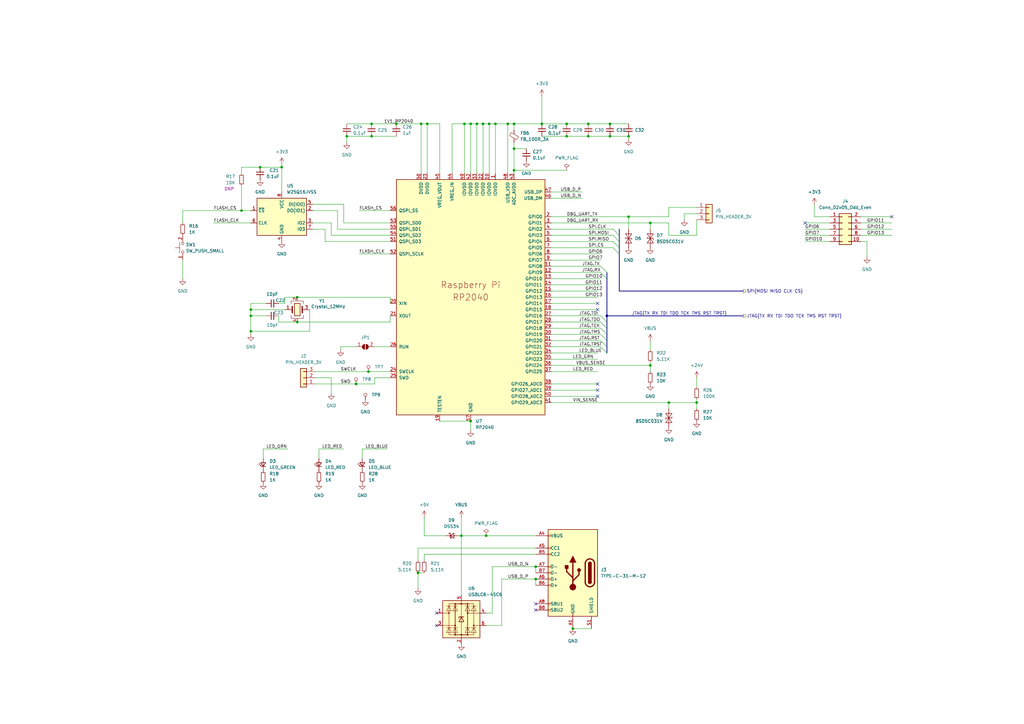
<source format=kicad_sch>
(kicad_sch (version 20231120) (generator "eeschema") (generator_version "8.0")
  (paper "A3")
  (junction (at 115.57 68.58))
  (junction (at 189.23 219.71))
  (junction (at 102.87 127))
  (junction (at 257.81 88.9))
  (junction (at 208.28 50.8))
  (junction (at 193.04 50.8))
  (junction (at 266.7 149.86))
  (junction (at 99.06 86.36))
  (junction (at 172.72 50.8))
  (junction (at 121.92 121.92))
  (junction (at 250.19 55.88))
  (junction (at 198.12 50.8))
  (junction (at 219.71 232.41))
  (junction (at 200.66 50.8))
  (junction (at 241.3 50.8))
  (junction (at 222.25 50.8))
  (junction (at 285.75 165.1))
  (junction (at 171.45 234.95))
  (junction (at 234.95 257.81))
  (junction (at 106.68 68.58))
  (junction (at 232.41 55.88))
  (junction (at 146.05 157.48))
  (junction (at 162.56 50.8))
  (junction (at 274.32 165.1))
  (junction (at 142.24 55.88))
  (junction (at 195.58 50.8))
  (junction (at 190.5 50.8))
  (junction (at 203.2 50.8))
  (junction (at 210.82 60.96))
  (junction (at 219.71 237.49))
  (junction (at 102.87 129.54))
  (junction (at 121.92 132.08))
  (junction (at 199.39 219.71))
  (junction (at 152.4 50.8))
  (junction (at 193.04 172.72))
  (junction (at 257.81 55.88))
  (junction (at 210.82 50.8))
  (junction (at 175.26 50.8))
  (junction (at 210.82 69.85))
  (junction (at 266.7 91.44))
  (junction (at 241.3 55.88))
  (junction (at 102.87 135.89))
  (junction (at 152.4 55.88))
  (junction (at 250.19 50.8))
  (junction (at 248.92 129.54))
  (junction (at 151.13 152.4))
  (junction (at 232.41 50.8))
  (no_connect (at 245.11 127))
  (no_connect (at 245.11 160.02))
  (no_connect (at 245.11 162.56))
  (no_connect (at 365.76 88.9))
  (no_connect (at 330.2 91.44))
  (no_connect (at 179.07 251.46))
  (no_connect (at 179.07 256.54))
  (no_connect (at 245.11 124.46))
  (no_connect (at 219.71 250.19))
  (no_connect (at 245.11 157.48))
  (no_connect (at 219.71 247.65))
  (bus_entry (at 254 96.52) (size -2.54 -2.54))
  (bus_entry (at 254 101.6) (size -2.54 -2.54))
  (bus_entry (at 248.92 111.76) (size -2.54 -2.54))
  (bus_entry (at 246.38 142.24) (size 2.54 2.54))
  (bus_entry (at 246.38 132.08) (size 2.54 2.54))
  (bus_entry (at 248.92 114.3) (size -2.54 -2.54))
  (bus_entry (at 246.38 134.62) (size 2.54 2.54))
  (bus_entry (at 246.38 139.7) (size 2.54 2.54))
  (bus_entry (at 246.38 137.16) (size 2.54 2.54))
  (bus_entry (at 254 99.06) (size -2.54 -2.54))
  (bus_entry (at 246.38 129.54) (size 2.54 2.54))
  (bus_entry (at 254 104.14) (size -2.54 -2.54))
  (wire (pts (xy 193.04 50.8) (xy 190.5 50.8)))
  (wire (pts (xy 180.34 71.12) (xy 180.34 50.8)))
  (wire (pts (xy 99.06 68.58) (xy 106.68 68.58)))
  (wire (pts (xy 171.45 229.87) (xy 171.45 224.79)))
  (wire (pts (xy 226.06 88.9) (xy 257.81 88.9)))
  (wire (pts (xy 208.28 50.8) (xy 208.28 71.12)))
  (wire (pts (xy 210.82 69.85) (xy 210.82 71.12)))
  (wire (pts (xy 193.04 172.72) (xy 193.04 176.53)))
  (wire (pts (xy 142.24 55.88) (xy 142.24 58.42)))
  (wire (pts (xy 139.7 142.24) (xy 139.7 143.51)))
  (wire (pts (xy 330.2 99.06) (xy 340.36 99.06)))
  (wire (pts (xy 162.56 50.8) (xy 172.72 50.8)))
  (wire (pts (xy 274.32 165.1) (xy 285.75 165.1)))
  (wire (pts (xy 99.06 71.12) (xy 99.06 68.58)))
  (wire (pts (xy 241.3 55.88) (xy 250.19 55.88)))
  (bus (pts (xy 254 93.98) (xy 254 96.52)))
  (wire (pts (xy 226.06 157.48) (xy 245.11 157.48)))
  (wire (pts (xy 99.06 76.2) (xy 99.06 86.36)))
  (wire (pts (xy 285.75 90.17) (xy 285.75 96.52)))
  (wire (pts (xy 107.95 187.96) (xy 107.95 184.15)))
  (wire (pts (xy 114.3 124.46) (xy 116.84 124.46)))
  (wire (pts (xy 226.06 142.24) (xy 246.38 142.24)))
  (wire (pts (xy 330.2 93.98) (xy 340.36 93.98)))
  (wire (pts (xy 226.06 109.22) (xy 246.38 109.22)))
  (wire (pts (xy 226.06 91.44) (xy 266.7 91.44)))
  (wire (pts (xy 226.06 78.74) (xy 238.76 78.74)))
  (wire (pts (xy 189.23 219.71) (xy 189.23 243.84)))
  (wire (pts (xy 116.84 124.46) (xy 116.84 121.92)))
  (wire (pts (xy 180.34 50.8) (xy 175.26 50.8)))
  (wire (pts (xy 147.32 104.14) (xy 160.02 104.14)))
  (wire (pts (xy 205.74 237.49) (xy 219.71 237.49)))
  (wire (pts (xy 210.82 50.8) (xy 210.82 53.34)))
  (wire (pts (xy 203.2 50.8) (xy 203.2 71.12)))
  (wire (pts (xy 151.13 152.4) (xy 160.02 152.4)))
  (wire (pts (xy 182.88 219.71) (xy 173.99 219.71)))
  (wire (pts (xy 340.36 88.9) (xy 334.01 88.9)))
  (wire (pts (xy 226.06 93.98) (xy 251.46 93.98)))
  (wire (pts (xy 142.24 50.8) (xy 152.4 50.8)))
  (wire (pts (xy 171.45 234.95) (xy 173.99 234.95)))
  (wire (pts (xy 257.81 55.88) (xy 257.81 57.15)))
  (wire (pts (xy 74.93 91.44) (xy 74.93 86.36)))
  (wire (pts (xy 274.32 165.1) (xy 274.32 167.64)))
  (wire (pts (xy 146.05 157.48) (xy 153.67 157.48)))
  (wire (pts (xy 130.81 187.96) (xy 130.81 184.15)))
  (wire (pts (xy 148.59 184.15) (xy 158.75 184.15)))
  (wire (pts (xy 102.87 135.89) (xy 102.87 137.16)))
  (wire (pts (xy 138.43 86.36) (xy 138.43 93.98)))
  (wire (pts (xy 210.82 69.85) (xy 232.41 69.85)))
  (wire (pts (xy 266.7 148.59) (xy 266.7 149.86)))
  (wire (pts (xy 285.75 96.52) (xy 274.32 96.52)))
  (wire (pts (xy 353.06 96.52) (xy 365.76 96.52)))
  (wire (pts (xy 274.32 85.09) (xy 274.32 88.9)))
  (wire (pts (xy 171.45 224.79) (xy 219.71 224.79)))
  (bus (pts (xy 248.92 139.7) (xy 248.92 142.24)))
  (wire (pts (xy 140.97 91.44) (xy 160.02 91.44)))
  (wire (pts (xy 107.95 184.15) (xy 118.11 184.15)))
  (bus (pts (xy 248.92 142.24) (xy 248.92 144.78)))
  (wire (pts (xy 135.89 91.44) (xy 135.89 96.52)))
  (wire (pts (xy 241.3 50.8) (xy 232.41 50.8)))
  (wire (pts (xy 226.06 137.16) (xy 246.38 137.16)))
  (wire (pts (xy 74.93 114.3) (xy 74.93 106.68)))
  (wire (pts (xy 193.04 50.8) (xy 193.04 71.12)))
  (wire (pts (xy 74.93 86.36) (xy 99.06 86.36)))
  (wire (pts (xy 330.2 96.52) (xy 340.36 96.52)))
  (wire (pts (xy 222.25 55.88) (xy 232.41 55.88)))
  (wire (pts (xy 226.06 129.54) (xy 246.38 129.54)))
  (wire (pts (xy 226.06 96.52) (xy 251.46 96.52)))
  (wire (pts (xy 266.7 149.86) (xy 266.7 152.4)))
  (wire (pts (xy 210.82 60.96) (xy 215.9 60.96)))
  (wire (pts (xy 226.06 121.92) (xy 245.11 121.92)))
  (wire (pts (xy 153.67 154.94) (xy 153.67 157.48)))
  (wire (pts (xy 152.4 50.8) (xy 162.56 50.8)))
  (wire (pts (xy 226.06 101.6) (xy 251.46 101.6)))
  (wire (pts (xy 257.81 88.9) (xy 257.81 93.98)))
  (wire (pts (xy 210.82 50.8) (xy 208.28 50.8)))
  (wire (pts (xy 257.81 88.9) (xy 274.32 88.9)))
  (wire (pts (xy 114.3 132.08) (xy 121.92 132.08)))
  (wire (pts (xy 114.3 132.08) (xy 114.3 129.54)))
  (bus (pts (xy 254 101.6) (xy 254 104.14)))
  (wire (pts (xy 222.25 39.37) (xy 222.25 50.8)))
  (bus (pts (xy 248.92 137.16) (xy 248.92 139.7)))
  (wire (pts (xy 172.72 50.8) (xy 172.72 71.12)))
  (wire (pts (xy 129.54 152.4) (xy 151.13 152.4)))
  (wire (pts (xy 285.75 87.63) (xy 280.67 87.63)))
  (wire (pts (xy 135.89 154.94) (xy 135.89 161.29)))
  (wire (pts (xy 175.26 50.8) (xy 172.72 50.8)))
  (wire (pts (xy 160.02 93.98) (xy 138.43 93.98)))
  (wire (pts (xy 201.93 251.46) (xy 201.93 232.41)))
  (wire (pts (xy 175.26 50.8) (xy 175.26 71.12)))
  (wire (pts (xy 226.06 114.3) (xy 246.38 114.3)))
  (wire (pts (xy 173.99 227.33) (xy 219.71 227.33)))
  (wire (pts (xy 203.2 50.8) (xy 208.28 50.8)))
  (wire (pts (xy 189.23 212.09) (xy 189.23 219.71)))
  (wire (pts (xy 173.99 229.87) (xy 173.99 227.33)))
  (wire (pts (xy 152.4 55.88) (xy 142.24 55.88)))
  (wire (pts (xy 200.66 50.8) (xy 198.12 50.8)))
  (bus (pts (xy 248.92 129.54) (xy 304.8 129.54)))
  (wire (pts (xy 127 127) (xy 127 135.89)))
  (wire (pts (xy 226.06 147.32) (xy 245.11 147.32)))
  (wire (pts (xy 201.93 232.41) (xy 219.71 232.41)))
  (wire (pts (xy 171.45 234.95) (xy 171.45 241.3)))
  (wire (pts (xy 280.67 87.63) (xy 280.67 90.17)))
  (wire (pts (xy 219.71 237.49) (xy 219.71 240.03)))
  (wire (pts (xy 226.06 127) (xy 245.11 127)))
  (wire (pts (xy 190.5 50.8) (xy 190.5 71.12)))
  (wire (pts (xy 147.32 86.36) (xy 160.02 86.36)))
  (wire (pts (xy 226.06 116.84) (xy 246.38 116.84)))
  (wire (pts (xy 226.06 139.7) (xy 246.38 139.7)))
  (wire (pts (xy 257.81 50.8) (xy 250.19 50.8)))
  (wire (pts (xy 160.02 99.06) (xy 133.35 99.06)))
  (wire (pts (xy 109.22 124.46) (xy 102.87 124.46)))
  (wire (pts (xy 222.25 50.8) (xy 210.82 50.8)))
  (wire (pts (xy 185.42 50.8) (xy 190.5 50.8)))
  (wire (pts (xy 232.41 50.8) (xy 222.25 50.8)))
  (wire (pts (xy 226.06 152.4) (xy 245.11 152.4)))
  (wire (pts (xy 160.02 129.54) (xy 160.02 132.08)))
  (wire (pts (xy 226.06 144.78) (xy 245.11 144.78)))
  (wire (pts (xy 189.23 219.71) (xy 199.39 219.71)))
  (bus (pts (xy 254 119.38) (xy 304.8 119.38)))
  (wire (pts (xy 198.12 50.8) (xy 195.58 50.8)))
  (wire (pts (xy 102.87 127) (xy 102.87 129.54)))
  (bus (pts (xy 254 96.52) (xy 254 99.06)))
  (wire (pts (xy 285.75 163.83) (xy 285.75 165.1)))
  (wire (pts (xy 226.06 111.76) (xy 246.38 111.76)))
  (wire (pts (xy 250.19 55.88) (xy 257.81 55.88)))
  (wire (pts (xy 115.57 68.58) (xy 115.57 78.74)))
  (wire (pts (xy 106.68 68.58) (xy 115.57 68.58)))
  (wire (pts (xy 146.05 157.48) (xy 129.54 157.48)))
  (wire (pts (xy 102.87 129.54) (xy 109.22 129.54)))
  (wire (pts (xy 102.87 129.54) (xy 102.87 135.89)))
  (wire (pts (xy 133.35 99.06) (xy 133.35 93.98)))
  (bus (pts (xy 248.92 114.3) (xy 248.92 129.54)))
  (wire (pts (xy 353.06 93.98) (xy 365.76 93.98)))
  (wire (pts (xy 226.06 81.28) (xy 238.76 81.28)))
  (wire (pts (xy 210.82 58.42) (xy 210.82 60.96)))
  (wire (pts (xy 232.41 55.88) (xy 241.3 55.88)))
  (wire (pts (xy 266.7 91.44) (xy 274.32 91.44)))
  (wire (pts (xy 353.06 91.44) (xy 365.76 91.44)))
  (wire (pts (xy 115.57 67.31) (xy 115.57 68.58)))
  (wire (pts (xy 187.96 219.71) (xy 189.23 219.71)))
  (wire (pts (xy 334.01 83.82) (xy 334.01 88.9)))
  (wire (pts (xy 199.39 219.71) (xy 219.71 219.71)))
  (wire (pts (xy 285.75 165.1) (xy 285.75 167.64)))
  (bus (pts (xy 248.92 129.54) (xy 248.92 132.08)))
  (wire (pts (xy 355.6 99.06) (xy 355.6 105.41)))
  (wire (pts (xy 226.06 99.06) (xy 251.46 99.06)))
  (wire (pts (xy 102.87 124.46) (xy 102.87 127)))
  (wire (pts (xy 180.34 172.72) (xy 193.04 172.72)))
  (wire (pts (xy 130.81 184.15) (xy 140.97 184.15)))
  (wire (pts (xy 127 135.89) (xy 102.87 135.89)))
  (wire (pts (xy 226.06 104.14) (xy 246.38 104.14)))
  (wire (pts (xy 185.42 71.12) (xy 185.42 50.8)))
  (wire (pts (xy 226.06 134.62) (xy 246.38 134.62)))
  (wire (pts (xy 173.99 212.09) (xy 173.99 219.71)))
  (wire (pts (xy 128.27 86.36) (xy 138.43 86.36)))
  (wire (pts (xy 210.82 60.96) (xy 210.82 69.85)))
  (bus (pts (xy 248.92 111.76) (xy 248.92 114.3)))
  (wire (pts (xy 129.54 154.94) (xy 135.89 154.94)))
  (wire (pts (xy 116.84 121.92) (xy 121.92 121.92)))
  (wire (pts (xy 199.39 251.46) (xy 201.93 251.46)))
  (wire (pts (xy 226.06 160.02) (xy 245.11 160.02)))
  (wire (pts (xy 121.92 132.08) (xy 160.02 132.08)))
  (wire (pts (xy 135.89 96.52) (xy 160.02 96.52)))
  (wire (pts (xy 205.74 256.54) (xy 199.39 256.54)))
  (wire (pts (xy 87.63 91.44) (xy 102.87 91.44)))
  (wire (pts (xy 266.7 91.44) (xy 266.7 93.98)))
  (wire (pts (xy 226.06 119.38) (xy 245.11 119.38)))
  (wire (pts (xy 198.12 50.8) (xy 198.12 71.12)))
  (wire (pts (xy 135.89 91.44) (xy 128.27 91.44)))
  (wire (pts (xy 266.7 139.7) (xy 266.7 143.51)))
  (wire (pts (xy 234.95 257.81) (xy 242.57 257.81)))
  (wire (pts (xy 146.05 142.24) (xy 139.7 142.24)))
  (wire (pts (xy 353.06 88.9) (xy 365.76 88.9)))
  (wire (pts (xy 203.2 50.8) (xy 200.66 50.8)))
  (wire (pts (xy 226.06 106.68) (xy 246.38 106.68)))
  (wire (pts (xy 160.02 154.94) (xy 153.67 154.94)))
  (wire (pts (xy 250.19 50.8) (xy 241.3 50.8)))
  (wire (pts (xy 226.06 165.1) (xy 274.32 165.1)))
  (wire (pts (xy 195.58 50.8) (xy 195.58 71.12)))
  (wire (pts (xy 205.74 237.49) (xy 205.74 256.54)))
  (wire (pts (xy 140.97 83.82) (xy 140.97 91.44)))
  (bus (pts (xy 248.92 132.08) (xy 248.92 134.62)))
  (wire (pts (xy 353.06 99.06) (xy 355.6 99.06)))
  (wire (pts (xy 274.32 96.52) (xy 274.32 91.44)))
  (bus (pts (xy 254 99.06) (xy 254 101.6)))
  (wire (pts (xy 330.2 91.44) (xy 340.36 91.44)))
  (wire (pts (xy 226.06 149.86) (xy 266.7 149.86)))
  (wire (pts (xy 160.02 121.92) (xy 160.02 124.46)))
  (wire (pts (xy 285.75 85.09) (xy 274.32 85.09)))
  (wire (pts (xy 99.06 86.36) (xy 102.87 86.36)))
  (wire (pts (xy 128.27 93.98) (xy 133.35 93.98)))
  (wire (pts (xy 102.87 127) (xy 116.84 127)))
  (wire (pts (xy 219.71 232.41) (xy 219.71 234.95)))
  (wire (pts (xy 148.59 187.96) (xy 148.59 184.15)))
  (bus (pts (xy 248.92 134.62) (xy 248.92 137.16)))
  (wire (pts (xy 128.27 83.82) (xy 140.97 83.82)))
  (wire (pts (xy 162.56 55.88) (xy 152.4 55.88)))
  (bus (pts (xy 254 104.14) (xy 254 119.38)))
  (wire (pts (xy 153.67 142.24) (xy 160.02 142.24)))
  (wire (pts (xy 226.06 162.56) (xy 245.11 162.56)))
  (wire (pts (xy 285.75 154.94) (xy 285.75 158.75)))
  (wire (pts (xy 226.06 124.46) (xy 245.11 124.46)))
  (wire (pts (xy 195.58 50.8) (xy 193.04 50.8)))
  (wire (pts (xy 226.06 132.08) (xy 246.38 132.08)))
  (wire (pts (xy 200.66 50.8) (xy 200.66 71.12)))
  (wire (pts (xy 121.92 121.92) (xy 160.02 121.92)))
  (label "LED_RED" (at 234.95 152.4 0))
  (label "GPIO7" (at 241.3 106.68 0))
  (label "USB_D_P" (at 229.87 78.74 0))
  (label "FLASH_CLK" (at 147.32 104.14 0))
  (label "SPI.CLK" (at 241.3 93.98 0))
  (label "JTAG.TDO" (at 237.49 132.08 0))
  (label "GPIO6" (at 330.2 93.98 0))
  (label "USB_D_P" (at 208.28 237.49 0))
  (label "SWCLK" (at 139.7 152.4 0))
  (label "SPI.MISO" (at 241.3 99.06 0))
  (label "DBG_UART_RX" (at 232.41 91.44 0))
  (label "JTAG.RX" (at 238.76 111.76 0))
  (label "FLASH_CS" (at 147.32 86.36 0))
  (label "JTAG{TX RX TDI TDO TCK TMS RST TRST}" (at 259.08 129.54 0))
  (label "JTAG.TX" (at 238.76 109.22 0))
  (label "GPIO6" (at 241.3 104.14 0))
  (label "JTAG.TDI" (at 237.49 129.54 0))
  (label "FLASH_CLK" (at 87.63 91.44 0))
  (label "GPIO13" (at 355.6 96.52 0))
  (label "GPIO12" (at 240.03 119.38 0))
  (label "USB_D_N" (at 229.87 81.28 0))
  (label "VIN_SENSE" (at 234.95 165.1 0))
  (label "LED_BLUE" (at 237.49 144.78 0))
  (label "JTAG.RST" (at 237.49 139.7 0))
  (label "JTAG.TCK" (at 237.49 134.62 0))
  (label "GPIO12" (at 355.6 93.98 0))
  (label "USB_D_N" (at 208.28 232.41 0))
  (label "JTAG.TMS" (at 237.49 137.16 0))
  (label "SWD" (at 139.7 157.48 0))
  (label "1V1_RP2040" (at 157.48 50.8 0))
  (label "SPI.CS" (at 241.3 101.6 0))
  (label "DBG_UART_TX" (at 232.41 88.9 0))
  (label "JTAG.TRST" (at 237.49 142.24 0))
  (label "GPIO11" (at 240.03 116.84 0))
  (label "GPIO7" (at 330.2 96.52 0))
  (label "GPIO13" (at 240.03 121.92 0))
  (label "LED_BLUE" (at 149.86 184.15 0))
  (label "GPIO11" (at 355.6 91.44 0))
  (label "FLASH_CS" (at 87.63 86.36 0))
  (label "GPIO10" (at 330.2 99.06 0))
  (label "LED_RED" (at 132.08 184.15 0))
  (label "SPI.MOSI" (at 241.3 96.52 0))
  (label "GPIO10" (at 240.03 114.3 0))
  (label "VBUS_SENSE" (at 236.22 149.86 0))
  (label "LED_GRN" (at 109.22 184.15 0))
  (label "LED_GRN" (at 234.95 147.32 0))
  (hierarchical_label "JTAG{TX RX TDI TDO TCK TMS RST TRST}" (shape output) (at 304.8 129.54 0))
  (hierarchical_label "SPI{MOSI MISO CLK CS}" (shape output) (at 304.8 119.38 0))
  (symbol (lib_id "hadv-protection:BSD5C031V") (at 266.7 97.79 90) (unit 1)
    (property "Reference" "D7" (at 269.24 96.5199 90) (effects (justify right)))
    (property "Value" "BSD5C031V" (at 269.24 99.0599 90) (effects (justify right)))
    (property "Footprint" "Diode_SMD:D_SOD-523" (effects (hide yes)))
    (property "Datasheet" "https://datasheet.lcsc.com/lcsc/1912111437_BORN-BSD5C031V_C151984.pdf" (effects (hide yes)))
    (property "Description" "ESD protection diode, 3.3.0Vrwm, SOD-523, 15pF" (effects (hide yes)))
    (property "MPN" "BSD5C031V" (effects (hide yes)))
    (property "Manufacturer" "BORN" (effects (hide yes)))
    (property "LCSC#" "C151984" (effects (hide yes)))
  )
  (symbol (lib_id "hadv-mcu:W25Q16JVSS") (at 115.57 88.9 0) (unit 1)
    (property "Reference" "U5" (at 117.5894 76.2 0) (effects (justify left)))
    (property "Value" "W25Q16JVSS" (at 117.5894 78.74 0) (effects (justify left)))
    (property "Footprint" "Package_SO:SOIC-8_5.23x5.23mm_P1.27mm" (effects (hide yes)))
    (property "Datasheet" "http://www.winbond.com/resource-files/w25q32jv%20revg%2003272018%20plus.pdf" (effects (hide yes)))
    (property "Description" "16Mb Serial Flash Memory, Standard/Dual/Quad SPI, SOIC-8" (effects (hide yes)))
    (property "MPN" "W25Q16JVSSIQ" (effects (hide yes)))
    (property "Manufacturer" "Winbond" (effects (hide yes)))
    (property "LCSC#" "C82317" (effects (hide yes)))
  )
  (symbol (lib_id "hadv-ui:LED_BLUE") (at 148.59 190.5 90) (unit 1)
    (property "Reference" "D5" (at 151.13 189.1664 90) (effects (justify right)))
    (property "Value" "LED_BLUE" (at 151.13 191.7064 90) (effects (justify right)))
    (property "Footprint" "LED_SMD:LED_0603_1608Metric" (effects (hide yes)))
    (property "Description" "LED blue" (effects (hide yes)))
    (property "MPN" "XL-1608UBC-04" (effects (hide yes)))
    (property "Manufacturer" "XINGLIGHT" (effects (hide yes)))
    (property "LCSC#" "C965807" (effects (hide yes)))
  )
  (symbol (lib_id "hadv-ui:LED_GREEN") (at 107.95 190.5 90) (unit 1)
    (property "Reference" "D3" (at 110.49 189.1664 90) (effects (justify right)))
    (property "Value" "LED_GREEN" (at 110.49 191.7064 90) (effects (justify right)))
    (property "Footprint" "LED_SMD:LED_0603_1608Metric" (effects (hide yes)))
    (property "Description" "LED green" (effects (hide yes)))
    (property "MPN" "SZYY0603YG" (effects (hide yes)))
    (property "Manufacturer" "Yongyu Photoelectric" (effects (hide yes)))
    (property "LCSC#" "C434423" (effects (hide yes)))
  )
  (symbol (lib_id "hadv-connectors:TYPE-C-31-M-12") (at 234.95 234.95 0) (mirror y) (unit 1)
    (property "Reference" "J3" (at 246.38 233.6799 0) (effects (justify right)))
    (property "Value" "TYPE-C-31-M-12" (at 246.38 236.2199 0) (effects (justify right)))
    (property "Footprint" "hadv-connectors:USB_C_Receptacle_HRO_TYPE-C-31-M-12" (effects (hide yes)))
    (property "Datasheet" "https://www.usb.org/sites/default/files/documents/usb_type-c.zip" (effects (hide yes)))
    (property "Description" "USB 2.0-only Type-C Receptacle connector TYPE-C-31-M-12" (effects (hide yes)))
    (property "MPN" "TYPE-C-31-M-12" (effects (hide yes)))
    (property "Manufacturer" "Korean Hroparts" (effects (hide yes)))
    (property "LCSC#" "C165948" (effects (hide yes)))
  )
  (symbol (lib_id "power:GND") (at 215.9 66.04 0) (unit 1)
    (property "Reference" "#PWR053" (effects (hide yes)))
    (property "Value" "GND" (at 215.9 71.12 0))
    (property "Description" "Power symbol creates a global label with name \"GND\" , ground" (effects (hide yes)))
  )
  (symbol (lib_id "power:VBUS") (at 266.7 139.7 0) (unit 1)
    (property "Reference" "#PWR056" (effects (hide yes)))
    (property "Value" "VBUS" (at 266.7 134.62 0))
    (property "Description" "Power symbol creates a global label with name \"VBUS\"" (effects (hide yes)))
  )
  (symbol (lib_id "power:GND") (at 115.57 99.06 0) (unit 1)
    (property "Reference" "#PWR042" (effects (hide yes)))
    (property "Value" "GND" (at 115.57 104.14 0))
    (property "Description" "Power symbol creates a global label with name \"GND\" , ground" (effects (hide yes)))
  )
  (symbol (lib_id "power:GND") (at 107.95 198.12 0) (unit 1)
    (property "Reference" "#PWR040" (effects (hide yes)))
    (property "Value" "GND" (at 107.95 203.2 0))
    (property "Description" "Power symbol creates a global label with name \"GND\" , ground" (effects (hide yes)))
  )
  (symbol (lib_id "power:GND") (at 257.81 101.6 0) (unit 1)
    (property "Reference" "#PWR059" (effects (hide yes)))
    (property "Value" "GND" (at 257.81 106.68 0))
    (property "Description" "Power symbol creates a global label with name \"GND\" , ground" (effects (hide yes)))
  )
  (symbol (lib_id "Device:R_Small") (at 99.06 73.66 0) (mirror x) (unit 1)
    (property "Reference" "R17" (at 96.52 72.3899 0) (effects (justify right)))
    (property "Value" "10K" (at 96.52 74.9299 0) (effects (justify right)))
    (property "Footprint" "Resistor_SMD:R_0603_1608Metric" (effects (hide yes)))
    (property "Description" "Resistor, small symbol" (effects (hide yes)))
    (property "Config" "DNP" (at 93.98 77.47 0))
    (property "LCSC#" "C98220" (effects (hide yes)))
    (property "MPN" "RC0603FR-0710KL" (effects (hide yes)))
    (property "Manufacturer" "Yageo" (effects (hide yes)))
    (property "Notes" "0603 1% resistor" (effects (hide yes)))
  )
  (symbol (lib_id "power:GND") (at 266.7 157.48 0) (unit 1)
    (property "Reference" "#PWR057" (effects (hide yes)))
    (property "Value" "GND" (at 266.7 162.56 0))
    (property "Description" "Power symbol creates a global label with name \"GND\" , ground" (effects (hide yes)))
  )
  (symbol (lib_id "hadv-protection:USBLC6-4SC6") (at 189.23 254 0) (unit 1)
    (property "Reference" "U6" (at 191.9987 241.3 0) (effects (justify left)))
    (property "Value" "USBLC6-4SC6" (at 191.9987 243.84 0) (effects (justify left)))
    (property "Footprint" "Package_TO_SOT_SMD:SOT-23-6" (effects (hide yes)))
    (property "Datasheet" "https://www.st.com/resource/en/datasheet/usblc6-4.pdf" (effects (hide yes)))
    (property "Description" "Very low capacitance ESD protection diode, 4 data-line, SOT-23-6" (effects (hide yes)))
    (property "MPN" "USBLC6-4SC6" (effects (hide yes)))
    (property "Manufacturer" "TECH PUBLIC" (effects (hide yes)))
    (property "LCSC#" "C5197386" (effects (hide yes)))
  )
  (symbol (lib_id "Connector_Generic:Conn_02x05_Odd_Even") (at 345.44 93.98 0) (unit 1)
    (property "Reference" "J4" (at 346.71 82.55 0))
    (property "Value" "Conn_02x05_Odd_Even" (at 346.71 85.09 0))
    (property "Footprint" "Connector_PinHeader_2.54mm:PinHeader_2x05_P2.54mm_Vertical" (effects (hide yes)))
    (property "Description" "Generic connector, double row, 02x05, odd/even pin numbering scheme (row 1 odd numbers, row 2 even numbers), script generated (kicad-library-utils/schlib/autogen/connector/)" (effects (hide yes)))
  )
  (symbol (lib_id "power:GND") (at 74.93 114.3 0) (unit 1)
    (property "Reference" "#PWR033" (effects (hide yes)))
    (property "Value" "GND" (at 74.93 119.38 0))
    (property "Description" "Power symbol creates a global label with name \"GND\" , ground" (effects (hide yes)))
  )
  (symbol (lib_id "power:GND") (at 266.7 101.6 0) (unit 1)
    (property "Reference" "#PWR060" (effects (hide yes)))
    (property "Value" "GND" (at 266.7 106.68 0))
    (property "Description" "Power symbol creates a global label with name \"GND\" , ground" (effects (hide yes)))
  )
  (symbol (lib_id "Device:C_Small") (at 162.56 53.34 0) (unit 1)
    (property "Reference" "C26" (at 165.1 52.0762 0) (effects (justify left)))
    (property "Value" "1uF" (at 165.1 54.6162 0) (effects (justify left)))
    (property "Footprint" "Capacitor_SMD:C_0603_1608Metric" (effects (hide yes)))
    (property "Description" "Unpolarized capacitor, small symbol" (effects (hide yes)))
    (property "LCSC#" "C5673" (effects (hide yes)))
    (property "MPN" "CL10A105KA8NNNC" (effects (hide yes)))
    (property "Manufacturer" "Samsung" (effects (hide yes)))
  )
  (symbol (lib_id "Device:C_Small") (at 250.19 53.34 0) (unit 1)
    (property "Reference" "C31" (at 252.73 53.3462 0) (effects (justify left)))
    (property "Value" "0.1uF" (effects (hide yes)))
    (property "Footprint" "Capacitor_SMD:C_0603_1608Metric" (effects (hide yes)))
    (property "Description" "Unpolarized capacitor, small symbol" (effects (hide yes)))
    (property "LCSC#" "C14663" (effects (hide yes)))
    (property "MPN" "CC0603KRX7R9BB104" (effects (hide yes)))
    (property "Manufacturer" "Yageo" (effects (hide yes)))
    (property "Note" "50V X7R +/-10%" (effects (hide yes)))
  )
  (symbol (lib_id "hadv-ui:SW_PUSH_SMALL") (at 77.47 101.6 90) (unit 1)
    (property "Reference" "SW1" (at 76.2 100.3299 90) (effects (justify right)))
    (property "Value" "SW_PUSH_SMALL" (at 76.2 102.8699 90) (effects (justify right)))
    (property "Footprint" "hadv-ui:SW_SPST_AR02016" (effects (hide yes)))
    (property "Description" "Normally open tactile pushbutton 3x4mm SMD" (effects (hide yes)))
    (property "MPN" "TS-1088-AR02016" (effects (hide yes)))
    (property "Manufacturer" "XUNPU" (effects (hide yes)))
    (property "LCSC#" "C720477" (effects (hide yes)))
  )
  (symbol (lib_id "hadv-mcu:RP2040") (at 193.04 121.92 0) (unit 1)
    (property "Reference" "U7" (at 195.0594 172.72 0) (effects (justify left)))
    (property "Value" "RP2040" (at 195.0594 175.26 0) (effects (justify left)))
    (property "Footprint" "hadv-mcu:RP2040-QFN-56" (effects (hide yes)))
    (property "Description" "ARM Cortex-M0 1@x4ch/12bit USB Host/Device 2 264KB 2 133MHz 30 2 QFN-56(7x7) Microcontroller Units (MCUs/MPUs/SOCs) ROHS" (effects (hide yes)))
    (property "MPN" "RP2040" (effects (hide yes)))
    (property "Manufacturer" "Raspberry Pi" (effects (hide yes)))
    (property "LCSC#" "C2040" (effects (hide yes)))
  )
  (symbol (lib_id "hadv-connectors:SolderJumper_2_Open") (at 149.86 142.24 0) (unit 1) (in_bom no)
    (property "Reference" "JP1" (at 149.86 138.43 0))
    (property "Value" "SolderJumper_2_Open" (effects (hide yes)))
    (property "Footprint" "Jumper:SolderJumper-2_P1.3mm_Open_RoundedPad1.0x1.5mm" (effects (hide yes)))
    (property "Description" "Solder Jumper, 2-pole, open" (effects (hide yes)))
  )
  (symbol (lib_id "hadv-connectors:PIN_HEADER_3V") (at 290.83 87.63 0) (unit 1)
    (property "Reference" "J5" (at 293.37 86.3599 0) (effects (justify left)))
    (property "Value" "PIN_HEADER_3V" (at 293.37 88.8999 0) (effects (justify left)))
    (property "Footprint" "Connector_PinHeader_2.54mm:PinHeader_1x03_P2.54mm_Vertical" (effects (hide yes)))
    (property "Description" "2.54mm pin header vertical through-hole" (effects (hide yes)))
    (property "MPN" "C49257" (effects (hide yes)))
    (property "Manufacturer" "Boom Precision Elec" (effects (hide yes)))
    (property "LCSC#" "C49257" (effects (hide yes)))
  )
  (symbol (lib_id "power:GND") (at 355.6 105.41 0) (unit 1)
    (property "Reference" "#PWR064" (effects (hide yes)))
    (property "Value" "GND" (at 355.6 110.49 0))
    (property "Description" "Power symbol creates a global label with name \"GND\" , ground" (effects (hide yes)))
  )
  (symbol (lib_id "power:GND") (at 193.04 176.53 0) (unit 1)
    (property "Reference" "#PWR052" (effects (hide yes)))
    (property "Value" "GND" (at 193.04 181.61 0))
    (property "Description" "Power symbol creates a global label with name \"GND\" , ground" (effects (hide yes)))
  )
  (symbol (lib_id "hadv-mechanical:TP_1MM") (at 149.86 163.83 0) (unit 1) (in_bom no)
    (property "Reference" "TP9" (at 152.4 161.9249 0) (effects (justify left)))
    (property "Value" "TP_1MM" (effects (hide yes)))
    (property "Footprint" "TestPoint:TestPoint_Pad_D1.0mm" (effects (hide yes)))
    (property "Description" "test point 1mm dia" (effects (hide yes)))
  )
  (symbol (lib_id "hadv-protection:BSD5C031V") (at 257.81 97.79 90) (unit 1)
    (property "Reference" "D6" (at 260.35 97.7899 90) (effects (justify right)))
    (property "Value" "BSD5C031V" (effects (hide yes)))
    (property "Footprint" "Diode_SMD:D_SOD-523" (effects (hide yes)))
    (property "Datasheet" "https://datasheet.lcsc.com/lcsc/1912111437_BORN-BSD5C031V_C151984.pdf" (effects (hide yes)))
    (property "Description" "ESD protection diode, 3.3.0Vrwm, SOD-523, 15pF" (effects (hide yes)))
    (property "MPN" "BSD5C031V" (effects (hide yes)))
    (property "Manufacturer" "BORN" (effects (hide yes)))
    (property "LCSC#" "C151984" (effects (hide yes)))
  )
  (symbol (lib_id "Device:C_Small") (at 215.9 63.5 0) (unit 1)
    (property "Reference" "C27" (at 218.44 62.2362 0) (effects (justify left)))
    (property "Value" "0.1uF" (at 218.44 64.7762 0) (effects (justify left)))
    (property "Footprint" "Capacitor_SMD:C_0603_1608Metric" (effects (hide yes)))
    (property "Description" "Unpolarized capacitor, small symbol" (effects (hide yes)))
    (property "LCSC#" "C14663" (effects (hide yes)))
    (property "MPN" "CC0603KRX7R9BB104" (effects (hide yes)))
    (property "Manufacturer" "Yageo" (effects (hide yes)))
    (property "Note" "50V X7R +/-10%" (effects (hide yes)))
  )
  (symbol (lib_id "power:GND") (at 139.7 143.51 0) (unit 1)
    (property "Reference" "#PWR045" (effects (hide yes)))
    (property "Value" "GND" (at 139.7 148.59 0))
    (property "Description" "Power symbol creates a global label with name \"GND\" , ground" (effects (hide yes)))
  )
  (symbol (lib_id "power:GND") (at 148.59 198.12 0) (unit 1)
    (property "Reference" "#PWR035" (effects (hide yes)))
    (property "Value" "GND" (at 148.59 203.2 0))
    (property "Description" "Power symbol creates a global label with name \"GND\" , ground" (effects (hide yes)))
  )
  (symbol (lib_id "Device:C_Small") (at 111.76 124.46 90) (unit 1)
    (property "Reference" "C22" (at 113.03 123.19 90) (effects (justify right)))
    (property "Value" "10pF" (at 109.22 120.65 90) (effects (justify right)))
    (property "Footprint" "Capacitor_SMD:C_0603_1608Metric" (effects (hide yes)))
    (property "Description" "Unpolarized capacitor, small symbol" (effects (hide yes)))
    (property "LCSC#" "C106245" (effects (hide yes)))
    (property "MPN" "CC0603JRNPO9BN100" (effects (hide yes)))
    (property "Manufacturer" "Yageo" (effects (hide yes)))
  )
  (symbol (lib_id "hadv-ui:LED_RED") (at 130.81 190.5 90) (unit 1)
    (property "Reference" "D4" (at 133.35 189.1664 90) (effects (justify right)))
    (property "Value" "LED_RED" (at 133.35 191.7064 90) (effects (justify right)))
    (property "Footprint" "LED_SMD:LED_0603_1608Metric" (effects (hide yes)))
    (property "Description" "LED red" (effects (hide yes)))
    (property "MPN" "SZYY0603R" (effects (hide yes)))
    (property "Manufacturer" "Yongyu Photoelectric" (effects (hide yes)))
    (property "LCSC#" "C434419" (effects (hide yes)))
  )
  (symbol (lib_id "power:GND") (at 285.75 172.72 0) (unit 1)
    (property "Reference" "#PWR036" (effects (hide yes)))
    (property "Value" "GND" (at 285.75 177.8 0))
    (property "Description" "Power symbol creates a global label with name \"GND\" , ground" (effects (hide yes)))
  )
  (symbol (lib_id "power:PWR_FLAG") (at 199.39 219.71 0) (unit 1)
    (property "Reference" "#FLG07" (effects (hide yes)))
    (property "Value" "PWR_FLAG" (at 199.39 214.63 0))
    (property "Description" "Special symbol for telling ERC where power comes from" (effects (hide yes)))
  )
  (symbol (lib_id "power:+5V") (at 173.99 212.09 0) (unit 1)
    (property "Reference" "#PWR047" (effects (hide yes)))
    (property "Value" "+5V" (at 173.99 207.01 0))
    (property "Description" "Power symbol creates a global label with name \"+5V\"" (effects (hide yes)))
  )
  (symbol (lib_id "hadv-mechanical:TP_1MM") (at 151.13 152.4 0) (unit 1) (in_bom no)
    (property "Reference" "TP7" (at 153.67 150.4949 0) (effects (justify left)))
    (property "Value" "TP_1MM" (effects (hide yes)))
    (property "Footprint" "TestPoint:TestPoint_Pad_D1.0mm" (effects (hide yes)))
    (property "Description" "test point 1mm dia" (effects (hide yes)))
  )
  (symbol (lib_id "power:GND") (at 142.24 58.42 0) (unit 1)
    (property "Reference" "#PWR046" (effects (hide yes)))
    (property "Value" "GND" (at 142.24 63.5 0))
    (property "Description" "Power symbol creates a global label with name \"GND\" , ground" (effects (hide yes)))
  )
  (symbol (lib_id "Device:R_Small") (at 148.59 195.58 0) (unit 1)
    (property "Reference" "R28" (at 151.13 194.3099 0) (effects (justify left)))
    (property "Value" "1K" (at 151.13 196.8499 0) (effects (justify left)))
    (property "Footprint" "Resistor_SMD:R_0603_1608Metric" (effects (hide yes)))
    (property "Description" "Resistor, small symbol" (effects (hide yes)))
    (property "LCSC#" "C22548" (effects (hide yes)))
    (property "MPN" "RC0603FR-071KL" (effects (hide yes)))
    (property "Manufacturer" "Yageo" (effects (hide yes)))
    (property "Notes" "0603 1% resistor" (effects (hide yes)))
  )
  (symbol (lib_id "power:GND") (at 280.67 90.17 0) (unit 1)
    (property "Reference" "#PWR062" (effects (hide yes)))
    (property "Value" "GND" (at 280.67 95.25 0))
    (property "Description" "Power symbol creates a global label with name \"GND\" , ground" (effects (hide yes)))
  )
  (symbol (lib_id "power:+3V3") (at 334.01 83.82 0) (unit 1)
    (property "Reference" "#PWR061" (effects (hide yes)))
    (property "Value" "+3V3" (at 334.01 78.74 0))
    (property "Description" "Power symbol creates a global label with name \"+3V3\"" (effects (hide yes)))
  )
  (symbol (lib_id "Device:C_Small") (at 257.81 53.34 0) (unit 1)
    (property "Reference" "C32" (at 260.35 53.3462 0) (effects (justify left)))
    (property "Value" "0.1uF" (effects (hide yes)))
    (property "Footprint" "Capacitor_SMD:C_0603_1608Metric" (effects (hide yes)))
    (property "Description" "Unpolarized capacitor, small symbol" (effects (hide yes)))
    (property "LCSC#" "C14663" (effects (hide yes)))
    (property "MPN" "CC0603KRX7R9BB104" (effects (hide yes)))
    (property "Manufacturer" "Yageo" (effects (hide yes)))
    (property "Note" "50V X7R +/-10%" (effects (hide yes)))
  )
  (symbol (lib_id "power:GND") (at 274.32 175.26 0) (unit 1)
    (property "Reference" "#PWR037" (effects (hide yes)))
    (property "Value" "GND" (at 274.32 180.34 0))
    (property "Description" "Power symbol creates a global label with name \"GND\" , ground" (effects (hide yes)))
  )
  (symbol (lib_id "Device:R_Small") (at 171.45 232.41 0) (mirror x) (unit 1)
    (property "Reference" "R20" (at 168.91 231.1399 0) (effects (justify right)))
    (property "Value" "5.11K" (at 168.91 233.6799 0) (effects (justify right)))
    (property "Footprint" "Resistor_SMD:R_0603_1608Metric" (effects (hide yes)))
    (property "Description" "Resistor, small symbol" (effects (hide yes)))
    (property "LCSC#" "C112314" (effects (hide yes)))
    (property "MPN" "RC0603FR-075K11L" (effects (hide yes)))
    (property "Manufacturer" "Yageo" (effects (hide yes)))
  )
  (symbol (lib_id "Device:C_Small") (at 241.3 53.34 0) (unit 1)
    (property "Reference" "C30" (at 243.84 53.3462 0) (effects (justify left)))
    (property "Value" "0.1uF" (effects (hide yes)))
    (property "Footprint" "Capacitor_SMD:C_0603_1608Metric" (effects (hide yes)))
    (property "Description" "Unpolarized capacitor, small symbol" (effects (hide yes)))
    (property "LCSC#" "C14663" (effects (hide yes)))
    (property "MPN" "CC0603KRX7R9BB104" (effects (hide yes)))
    (property "Manufacturer" "Yageo" (effects (hide yes)))
    (property "Note" "50V X7R +/-10%" (effects (hide yes)))
  )
  (symbol (lib_id "power:GND") (at 234.95 257.81 0) (unit 1)
    (property "Reference" "#PWR055" (effects (hide yes)))
    (property "Value" "GND" (at 234.95 262.89 0))
    (property "Description" "Power symbol creates a global label with name \"GND\" , ground" (effects (hide yes)))
  )
  (symbol (lib_id "power:GND") (at 130.81 198.12 0) (unit 1)
    (property "Reference" "#PWR043" (effects (hide yes)))
    (property "Value" "GND" (at 130.81 203.2 0))
    (property "Description" "Power symbol creates a global label with name \"GND\" , ground" (effects (hide yes)))
  )
  (symbol (lib_id "power:PWR_FLAG") (at 232.41 69.85 0) (unit 1)
    (property "Reference" "#FLG08" (effects (hide yes)))
    (property "Value" "PWR_FLAG" (at 232.41 64.77 0))
    (property "Description" "Special symbol for telling ERC where power comes from" (effects (hide yes)))
  )
  (symbol (lib_id "Device:C_Small") (at 222.25 53.34 0) (unit 1)
    (property "Reference" "C28" (at 224.79 52.0762 0) (effects (justify left)))
    (property "Value" "0.1uF" (at 224.79 54.6162 0) (effects (justify left)))
    (property "Footprint" "Capacitor_SMD:C_0603_1608Metric" (effects (hide yes)))
    (property "Description" "Unpolarized capacitor, small symbol" (effects (hide yes)))
    (property "LCSC#" "C14663" (effects (hide yes)))
    (property "MPN" "CC0603KRX7R9BB104" (effects (hide yes)))
    (property "Manufacturer" "Yageo" (effects (hide yes)))
    (property "Note" "50V X7R +/-10%" (effects (hide yes)))
  )
  (symbol (lib_id "Device:C_Small") (at 142.24 53.34 0) (unit 1)
    (property "Reference" "C24" (at 144.78 52.0762 0) (effects (justify left)))
    (property "Value" "0.1uF" (at 144.78 54.6162 0) (effects (justify left)))
    (property "Footprint" "Capacitor_SMD:C_0603_1608Metric" (effects (hide yes)))
    (property "Description" "Unpolarized capacitor, small symbol" (effects (hide yes)))
    (property "LCSC#" "C14663" (effects (hide yes)))
    (property "MPN" "CC0603KRX7R9BB104" (effects (hide yes)))
    (property "Manufacturer" "Yageo" (effects (hide yes)))
    (property "Note" "50V X7R +/-10%" (effects (hide yes)))
  )
  (symbol (lib_id "hadv-mcu:Crystal_12MHz") (at 121.92 127 0) (unit 1)
    (property "Reference" "Y1" (at 132.08 123.4186 0))
    (property "Value" "Crystal_12MHz" (at 134.62 125.73 0))
    (property "Footprint" "Crystal:Crystal_SMD_2520-4Pin_2.5x2.0mm" (effects (hide yes)))
    (property "Description" "12MHz SMD Resonator 10pF 120Ω ±10ppm ±30ppm SMD2520-4P Crystals ROHS" (effects (hide yes)))
    (property "MPN" "TXM12M0004252DBCEO00T" (effects (hide yes)))
    (property "Manufacturer" "TAE(Zhejiang Abel Elec)" (effects (hide yes)))
    (property "LCSC#" "C284154" (effects (hide yes)))
  )
  (symbol (lib_id "Device:C_Small") (at 152.4 53.34 0) (unit 1)
    (property "Reference" "C25" (at 154.94 53.3462 0) (effects (justify left)))
    (property "Value" "0.1uF" (effects (hide yes)))
    (property "Footprint" "Capacitor_SMD:C_0603_1608Metric" (effects (hide yes)))
    (property "Description" "Unpolarized capacitor, small symbol" (effects (hide yes)))
    (property "LCSC#" "C14663" (effects (hide yes)))
    (property "MPN" "CC0603KRX7R9BB104" (effects (hide yes)))
    (property "Manufacturer" "Yageo" (effects (hide yes)))
    (property "Note" "50V X7R +/-10%" (effects (hide yes)))
  )
  (symbol (lib_id "power:+3V3") (at 222.25 39.37 0) (unit 1)
    (property "Reference" "#PWR054" (effects (hide yes)))
    (property "Value" "+3V3" (at 222.25 34.29 0))
    (property "Description" "Power symbol creates a global label with name \"+3V3\"" (effects (hide yes)))
  )
  (symbol (lib_id "power:GND") (at 102.87 137.16 0) (unit 1)
    (property "Reference" "#PWR038" (effects (hide yes)))
    (property "Value" "GND" (at 102.87 142.24 0))
    (property "Description" "Power symbol creates a global label with name \"GND\" , ground" (effects (hide yes)))
  )
  (symbol (lib_id "power:+24V") (at 285.75 154.94 0) (unit 1)
    (property "Reference" "#PWR034" (effects (hide yes)))
    (property "Value" "+24V" (at 285.75 149.86 0))
    (property "Description" "Power symbol creates a global label with name \"+24V\"" (effects (hide yes)))
  )
  (symbol (lib_id "power:VBUS") (at 189.23 212.09 0) (unit 1)
    (property "Reference" "#PWR050" (effects (hide yes)))
    (property "Value" "VBUS" (at 189.23 207.01 0))
    (property "Description" "Power symbol creates a global label with name \"VBUS\"" (effects (hide yes)))
  )
  (symbol (lib_id "Device:C_Small") (at 232.41 53.34 0) (unit 1)
    (property "Reference" "C29" (at 234.95 53.3462 0) (effects (justify left)))
    (property "Value" "0.1uF" (effects (hide yes)))
    (property "Footprint" "Capacitor_SMD:C_0603_1608Metric" (effects (hide yes)))
    (property "Description" "Unpolarized capacitor, small symbol" (effects (hide yes)))
    (property "LCSC#" "C14663" (effects (hide yes)))
    (property "MPN" "CC0603KRX7R9BB104" (effects (hide yes)))
    (property "Manufacturer" "Yageo" (effects (hide yes)))
    (property "Note" "50V X7R +/-10%" (effects (hide yes)))
  )
  (symbol (lib_id "hadv-protection:BSD5C031V") (at 274.32 171.45 270) (mirror x) (unit 1)
    (property "Reference" "D8" (at 271.78 170.1799 90) (effects (justify right)))
    (property "Value" "BSD5C031V" (at 271.78 172.7199 90) (effects (justify right)))
    (property "Footprint" "Diode_SMD:D_SOD-523" (effects (hide yes)))
    (property "Datasheet" "https://datasheet.lcsc.com/lcsc/1912111437_BORN-BSD5C031V_C151984.pdf" (effects (hide yes)))
    (property "Description" "ESD protection diode, 3.3.0Vrwm, SOD-523, 15pF" (effects (hide yes)))
    (property "MPN" "BSD5C031V" (effects (hide yes)))
    (property "Manufacturer" "BORN" (effects (hide yes)))
    (property "LCSC#" "C151984" (effects (hide yes)))
  )
  (symbol (lib_id "Device:R_Small") (at 285.75 161.29 180) (unit 1)
    (property "Reference" "R26" (at 288.29 160.0199 0) (effects (justify right)))
    (property "Value" "100K" (at 288.29 162.5599 0) (effects (justify right)))
    (property "Footprint" "Resistor_SMD:R_0603_1608Metric" (effects (hide yes)))
    (property "Description" "Resistor, small symbol" (effects (hide yes)))
    (property "LCSC#" "C112314" (effects (hide yes)))
    (property "MPN" "RC0603FR-075K11L" (effects (hide yes)))
    (property "Manufacturer" "Yageo" (effects (hide yes)))
  )
  (symbol (lib_id "Device:R_Small") (at 173.99 232.41 0) (unit 1)
    (property "Reference" "R21" (at 176.53 231.1399 0) (effects (justify left)))
    (property "Value" "5.11K" (at 176.53 233.6799 0) (effects (justify left)))
    (property "Footprint" "Resistor_SMD:R_0603_1608Metric" (effects (hide yes)))
    (property "Description" "Resistor, small symbol" (effects (hide yes)))
    (property "LCSC#" "C112314" (effects (hide yes)))
    (property "MPN" "RC0603FR-075K11L" (effects (hide yes)))
    (property "Manufacturer" "Yageo" (effects (hide yes)))
  )
  (symbol (lib_id "power:GND") (at 135.89 161.29 0) (unit 1)
    (property "Reference" "#PWR044" (effects (hide yes)))
    (property "Value" "GND" (at 135.89 166.37 0))
    (property "Description" "Power symbol creates a global label with name \"GND\" , ground" (effects (hide yes)))
  )
  (symbol (lib_id "Device:R_Small") (at 130.81 195.58 0) (unit 1)
    (property "Reference" "R19" (at 133.35 194.3099 0) (effects (justify left)))
    (property "Value" "1K" (at 133.35 196.8499 0) (effects (justify left)))
    (property "Footprint" "Resistor_SMD:R_0603_1608Metric" (effects (hide yes)))
    (property "Description" "Resistor, small symbol" (effects (hide yes)))
    (property "LCSC#" "C22548" (effects (hide yes)))
    (property "MPN" "RC0603FR-071KL" (effects (hide yes)))
    (property "Manufacturer" "Yageo" (effects (hide yes)))
    (property "Notes" "0603 1% resistor" (effects (hide yes)))
  )
  (symbol (lib_id "Device:R_Small") (at 74.93 93.98 0) (unit 1)
    (property "Reference" "R16" (at 77.47 92.7099 0) (effects (justify left)))
    (property "Value" "1K" (at 77.47 95.2499 0) (effects (justify left)))
    (property "Footprint" "Resistor_SMD:R_0603_1608Metric" (effects (hide yes)))
    (property "Description" "Resistor, small symbol" (effects (hide yes)))
    (property "LCSC#" "C22548" (effects (hide yes)))
    (property "MPN" "RC0603FR-071KL" (effects (hide yes)))
    (property "Manufacturer" "Yageo" (effects (hide yes)))
    (property "Notes" "0603 1% resistor" (effects (hide yes)))
  )
  (symbol (lib_id "power:GND") (at 149.86 163.83 0) (unit 1)
    (property "Reference" "#PWR0122" (effects (hide yes)))
    (property "Value" "GND" (at 149.86 168.91 0))
    (property "Description" "Power symbol creates a global label with name \"GND\" , ground" (effects (hide yes)))
  )
  (symbol (lib_id "Device:R_Small") (at 107.95 195.58 0) (unit 1)
    (property "Reference" "R18" (at 110.49 194.3099 0) (effects (justify left)))
    (property "Value" "1K" (at 110.49 196.8499 0) (effects (justify left)))
    (property "Footprint" "Resistor_SMD:R_0603_1608Metric" (effects (hide yes)))
    (property "Description" "Resistor, small symbol" (effects (hide yes)))
    (property "LCSC#" "C22548" (effects (hide yes)))
    (property "MPN" "RC0603FR-071KL" (effects (hide yes)))
    (property "Manufacturer" "Yageo" (effects (hide yes)))
    (property "Notes" "0603 1% resistor" (effects (hide yes)))
  )
  (symbol (lib_id "power:GND") (at 106.68 73.66 0) (unit 1)
    (property "Reference" "#PWR039" (effects (hide yes)))
    (property "Value" "GND" (at 106.68 78.74 0))
    (property "Description" "Power symbol creates a global label with name \"GND\" , ground" (effects (hide yes)))
  )
  (symbol (lib_id "power:GND") (at 171.45 241.3 0) (unit 1)
    (property "Reference" "#PWR048" (effects (hide yes)))
    (property "Value" "GND" (at 171.45 246.38 0))
    (property "Description" "Power symbol creates a global label with name \"GND\" , ground" (effects (hide yes)))
  )
  (symbol (lib_id "Device:R_Small") (at 285.75 170.18 0) (unit 1)
    (property "Reference" "R27" (at 288.29 168.9099 0) (effects (justify left)))
    (property "Value" "10K" (at 288.29 171.4499 0) (effects (justify left)))
    (property "Footprint" "Resistor_SMD:R_0603_1608Metric" (effects (hide yes)))
    (property "Description" "Resistor, small symbol" (effects (hide yes)))
    (property "LCSC#" "C98220" (effects (hide yes)))
    (property "MPN" "RC0603FR-0710KL" (effects (hide yes)))
    (property "Manufacturer" "Yageo" (effects (hide yes)))
    (property "Notes" "0603 1% resistor" (effects (hide yes)))
  )
  (symbol (lib_id "Device:C_Small") (at 111.76 129.54 90) (mirror x) (unit 1)
    (property "Reference" "C23" (at 114.3 128.27 90))
    (property "Value" "10pF" (at 111.76 133.35 90))
    (property "Footprint" "Capacitor_SMD:C_0603_1608Metric" (effects (hide yes)))
    (property "Description" "Unpolarized capacitor, small symbol" (effects (hide yes)))
    (property "LCSC#" "C106245" (effects (hide yes)))
    (property "MPN" "CC0603JRNPO9BN100" (effects (hide yes)))
    (property "Manufacturer" "Yageo" (effects (hide yes)))
  )
  (symbol (lib_id "Device:R_Small") (at 266.7 154.94 0) (unit 1)
    (property "Reference" "R23" (at 269.24 153.6699 0) (effects (justify left)))
    (property "Value" "10K" (at 269.24 156.2099 0) (effects (justify left)))
    (property "Footprint" "Resistor_SMD:R_0603_1608Metric" (effects (hide yes)))
    (property "Description" "Resistor, small symbol" (effects (hide yes)))
    (property "LCSC#" "C98220" (effects (hide yes)))
    (property "MPN" "RC0603FR-0710KL" (effects (hide yes)))
    (property "Manufacturer" "Yageo" (effects (hide yes)))
    (property "Notes" "0603 1% resistor" (effects (hide yes)))
  )
  (symbol (lib_id "power:GND") (at 189.23 264.16 0) (unit 1)
    (property "Reference" "#PWR051" (effects (hide yes)))
    (property "Value" "GND" (at 189.23 269.24 0))
    (property "Description" "Power symbol creates a global label with name \"GND\" , ground" (effects (hide yes)))
  )
  (symbol (lib_id "hadv-connectors:PIN_HEADER_3V") (at 124.46 154.94 180) (unit 1)
    (property "Reference" "J2" (at 124.46 146.05 0))
    (property "Value" "PIN_HEADER_3V" (at 124.46 148.59 0))
    (property "Footprint" "Connector_PinHeader_2.54mm:PinHeader_1x03_P2.54mm_Vertical" (effects (hide yes)))
    (property "Description" "2.54mm pin header vertical through-hole" (effects (hide yes)))
    (property "MPN" "C49257" (effects (hide yes)))
    (property "Manufacturer" "Boom Precision Elec" (effects (hide yes)))
    (property "LCSC#" "C49257" (effects (hide yes)))
  )
  (symbol (lib_id "Device:R_Small") (at 266.7 146.05 180) (unit 1)
    (property "Reference" "R22" (at 269.24 144.7799 0) (effects (justify right)))
    (property "Value" "5.11K" (at 269.24 147.3199 0) (effects (justify right)))
    (property "Footprint" "Resistor_SMD:R_0603_1608Metric" (effects (hide yes)))
    (property "Description" "Resistor, small symbol" (effects (hide yes)))
    (property "LCSC#" "C112314" (effects (hide yes)))
    (property "MPN" "RC0603FR-075K11L" (effects (hide yes)))
    (property "Manufacturer" "Yageo" (effects (hide yes)))
  )
  (symbol (lib_id "hadv-mechanical:TP_1MM") (at 146.05 157.48 0) (unit 1) (in_bom no)
    (property "Reference" "TP8" (at 148.59 155.5749 0) (effects (justify left)))
    (property "Value" "TP_1MM" (effects (hide yes)))
    (property "Footprint" "TestPoint:TestPoint_Pad_D1.0mm" (effects (hide yes)))
    (property "Description" "test point 1mm dia" (effects (hide yes)))
  )
  (symbol (lib_id "Device:C_Small") (at 106.68 71.12 0) (unit 1)
    (property "Reference" "C21" (at 110.49 69.85 0) (effects (justify left)))
    (property "Value" "0.1uF" (at 109.22 72.39 0) (effects (justify left)))
    (property "Footprint" "Capacitor_SMD:C_0603_1608Metric" (effects (hide yes)))
    (property "Description" "Unpolarized capacitor, small symbol" (effects (hide yes)))
    (property "LCSC#" "C14663" (effects (hide yes)))
    (property "MPN" "CC0603KRX7R9BB104" (effects (hide yes)))
    (property "Manufacturer" "Yageo" (effects (hide yes)))
    (property "Note" "50V X7R +/-10%" (effects (hide yes)))
  )
  (symbol (lib_id "hadv-passives:FB_100R_3A") (at 210.82 55.88 0) (unit 1)
    (property "Reference" "FB6" (at 213.36 54.5718 0) (effects (justify left)))
    (property "Value" "FB_100R_3A" (at 213.36 57.1118 0) (effects (justify left)))
    (property "Footprint" "Inductor_SMD:L_0603_1608Metric" (effects (hide yes)))
    (property "Description" "Ferrite bead, small symbol" (effects (hide yes)))
    (property "MPN" "UPZ1608E101-3R0TF" (effects (hide yes)))
    (property "Manufacturer" "Sunlord" (effects (hide yes)))
    (property "LCSC#" "C96995" (effects (hide yes)))
  )
  (symbol (lib_id "power:GND") (at 257.81 57.15 0) (unit 1)
    (property "Reference" "#PWR058" (effects (hide yes)))
    (property "Value" "GND" (at 257.81 62.23 0))
    (property "Description" "Power symbol creates a global label with name \"GND\" , ground" (effects (hide yes)))
  )
  (symbol (lib_id "hadv-diodes:DSS34") (at 185.42 219.71 0) (unit 1)
    (property "Reference" "D9" (at 185.166 213.36 0))
    (property "Value" "DSS34" (at 185.166 215.9 0))
    (property "Footprint" "Diode_SMD:D_SOD-123F" (effects (hide yes)))
    (property "Datasheet" "https://datasheet.lcsc.com/lcsc/2004141809_BORN-DSS34_C511866.pdf" (effects (hide yes)))
    (property "Description" "40V 3A RMS 550mV schottky diode" (effects (hide yes)))
    (property "MPN" "DSS34" (effects (hide yes)))
    (property "Manufacturer" "BORN" (effects (hide yes)))
    (property "LCSC#" "C511866" (effects (hide yes)))
  )
  (symbol (lib_id "power:+3V3") (at 115.57 67.31 0) (unit 1)
    (property "Reference" "#PWR041" (effects (hide yes)))
    (property "Value" "+3V3" (at 115.57 62.23 0))
    (property "Description" "Power symbol creates a global label with name \"+3V3\"" (effects (hide yes)))
  )
)
</source>
